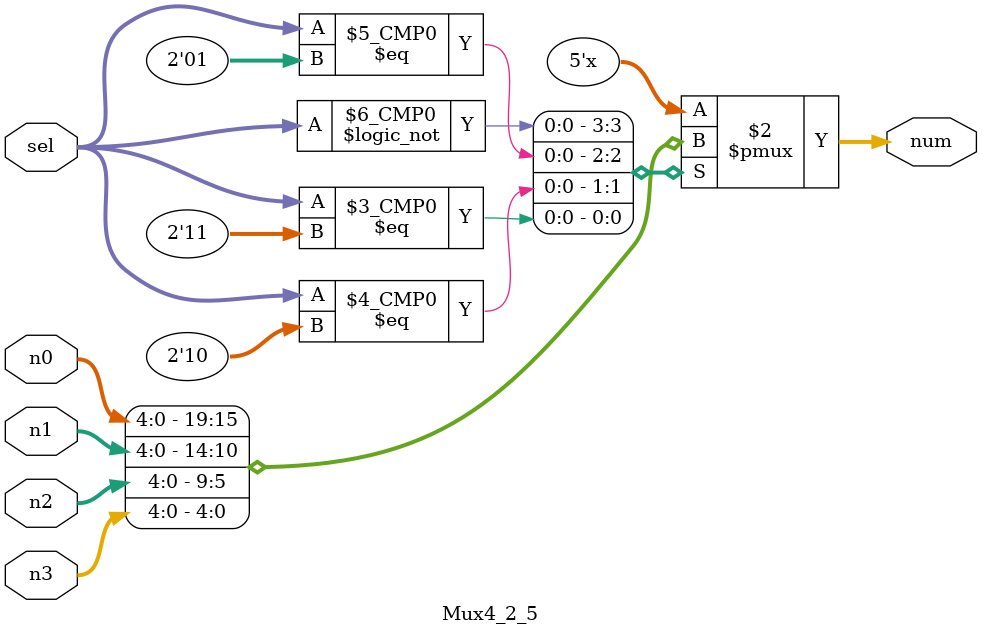
<source format=v>
`timescale 1ns / 1ps


module Mux4_2_5(
    input wire[1:0] sel,
    input wire[4:0] n0,
    input wire[4:0] n1,
    input wire[4:0] n2,
    input wire[4:0] n3,
    output reg[4:0] num
    );
    always@(*)begin
    case (sel)
    2'b00:num<=n0;
    2'b01:num<=n1;
    2'b10:num<=n2;
    2'b11:num<=n3;
    default:num<=0;
    endcase
    end
endmodule

</source>
